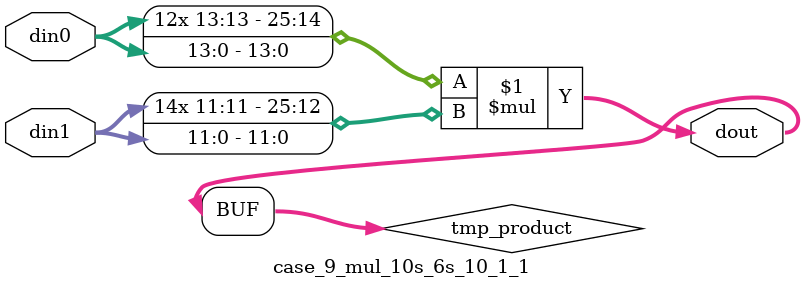
<source format=v>

`timescale 1 ns / 1 ps

 module case_9_mul_10s_6s_10_1_1(din0, din1, dout);
parameter ID = 1;
parameter NUM_STAGE = 0;
parameter din0_WIDTH = 14;
parameter din1_WIDTH = 12;
parameter dout_WIDTH = 26;

input [din0_WIDTH - 1 : 0] din0; 
input [din1_WIDTH - 1 : 0] din1; 
output [dout_WIDTH - 1 : 0] dout;

wire signed [dout_WIDTH - 1 : 0] tmp_product;



























assign tmp_product = $signed(din0) * $signed(din1);








assign dout = tmp_product;





















endmodule

</source>
